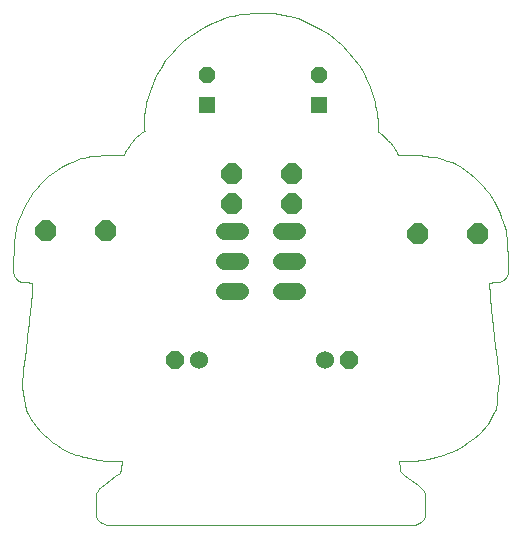
<source format=gts>
G75*
%MOIN*%
%OFA0B0*%
%FSLAX25Y25*%
%IPPOS*%
%LPD*%
%AMOC8*
5,1,8,0,0,1.08239X$1,22.5*
%
%ADD10C,0.00394*%
%ADD11OC8,0.06000*%
%ADD12C,0.06000*%
%ADD13OC8,0.05550*%
%ADD14R,0.05550X0.05550*%
%ADD15OC8,0.07000*%
%ADD16C,0.05600*%
D10*
X0027228Y0036301D02*
X0028907Y0035531D01*
X0030613Y0034956D01*
X0030958Y0034840D01*
X0031373Y0034712D01*
X0031832Y0034579D01*
X0032290Y0034446D01*
X0032790Y0034309D01*
X0033819Y0034039D01*
X0034348Y0033907D01*
X0034862Y0033785D01*
X0035376Y0033664D01*
X0035875Y0033552D01*
X0036332Y0033458D01*
X0036808Y0033360D01*
X0037340Y0033266D01*
X0037897Y0033181D01*
X0038454Y0033095D01*
X0039034Y0033017D01*
X0039608Y0032951D01*
X0040182Y0032884D01*
X0040748Y0032830D01*
X0041276Y0032790D01*
X0041803Y0032751D01*
X0042291Y0032727D01*
X0042709Y0032722D01*
X0042873Y0032720D01*
X0043120Y0032717D01*
X0043366Y0032714D01*
X0043694Y0032709D01*
X0044023Y0032705D01*
X0044352Y0032701D01*
X0044682Y0032697D01*
X0044930Y0032694D01*
X0045178Y0032691D01*
X0045345Y0032689D01*
X0045397Y0032689D01*
X0045444Y0032691D01*
X0045491Y0032694D01*
X0045538Y0032697D01*
X0045586Y0032701D01*
X0045679Y0032712D01*
X0045726Y0032718D01*
X0045773Y0032724D01*
X0045820Y0032731D01*
X0045866Y0032738D01*
X0045913Y0032745D01*
X0045871Y0032516D01*
X0045831Y0032300D01*
X0045755Y0031892D01*
X0045719Y0031700D01*
X0045684Y0031517D01*
X0045649Y0031334D01*
X0045616Y0031160D01*
X0045584Y0030994D01*
X0045551Y0030828D01*
X0045520Y0030670D01*
X0045490Y0030516D01*
X0045410Y0030115D01*
X0045172Y0028910D01*
X0043553Y0027695D01*
X0041934Y0026479D01*
X0040314Y0025264D01*
X0038695Y0024048D01*
X0038448Y0023862D01*
X0038225Y0023650D01*
X0038031Y0023417D01*
X0037838Y0023183D01*
X0037672Y0022929D01*
X0037402Y0022390D01*
X0037299Y0022105D01*
X0037228Y0021810D01*
X0037158Y0021515D01*
X0037122Y0021209D01*
X0037122Y0015012D01*
X0037232Y0014494D01*
X0037631Y0013552D01*
X0037919Y0013128D01*
X0038275Y0012772D01*
X0038631Y0012416D01*
X0039055Y0012127D01*
X0039997Y0011729D01*
X0040515Y0011618D01*
X0143486Y0011618D01*
X0144004Y0011729D01*
X0144946Y0012127D01*
X0145370Y0012416D01*
X0145727Y0012772D01*
X0146083Y0013128D01*
X0146371Y0013552D01*
X0146770Y0014494D01*
X0146880Y0015012D01*
X0146880Y0021158D01*
X0146845Y0021458D01*
X0146776Y0021750D01*
X0146708Y0022041D01*
X0146607Y0022323D01*
X0146476Y0022589D01*
X0146345Y0022856D01*
X0146183Y0023108D01*
X0145805Y0023572D01*
X0145589Y0023783D01*
X0145347Y0023969D01*
X0144462Y0024652D01*
X0144020Y0024994D01*
X0143577Y0025335D01*
X0143329Y0025528D01*
X0143046Y0025745D01*
X0142451Y0026200D01*
X0142138Y0026437D01*
X0141829Y0026671D01*
X0141520Y0026905D01*
X0141215Y0027136D01*
X0140932Y0027348D01*
X0140649Y0027560D01*
X0140388Y0027754D01*
X0140169Y0027916D01*
X0139793Y0028195D01*
X0139416Y0028473D01*
X0138664Y0029031D01*
X0138623Y0029340D01*
X0138501Y0030268D01*
X0138469Y0030505D01*
X0138439Y0030733D01*
X0138409Y0030952D01*
X0138379Y0031172D01*
X0138350Y0031383D01*
X0138321Y0031587D01*
X0138292Y0031792D01*
X0138264Y0031989D01*
X0138236Y0032181D01*
X0138208Y0032373D01*
X0138180Y0032558D01*
X0138152Y0032740D01*
X0138194Y0032734D01*
X0138235Y0032728D01*
X0138318Y0032717D01*
X0138359Y0032711D01*
X0138442Y0032701D01*
X0138483Y0032697D01*
X0138525Y0032694D01*
X0138567Y0032691D01*
X0138610Y0032689D01*
X0141395Y0032689D01*
X0141915Y0032715D01*
X0142480Y0032759D01*
X0143044Y0032804D01*
X0143654Y0032867D01*
X0144272Y0032943D01*
X0144889Y0033018D01*
X0145515Y0033106D01*
X0146110Y0033199D01*
X0146706Y0033292D01*
X0147272Y0033390D01*
X0147771Y0033487D01*
X0150344Y0033982D01*
X0152765Y0034702D01*
X0157261Y0036556D01*
X0159334Y0037691D01*
X0161212Y0039017D01*
X0163089Y0040344D01*
X0164770Y0041862D01*
X0167693Y0045250D01*
X0168936Y0047119D01*
X0169936Y0049148D01*
X0169979Y0049235D01*
X0170022Y0049320D01*
X0170064Y0049402D01*
X0170106Y0049484D01*
X0170147Y0049564D01*
X0170229Y0049720D01*
X0170269Y0049796D01*
X0170308Y0049869D01*
X0170348Y0049943D01*
X0170386Y0050015D01*
X0170423Y0050084D01*
X0170703Y0052420D01*
X0170984Y0054756D01*
X0171264Y0057092D01*
X0171544Y0059428D01*
X0171533Y0059510D01*
X0171515Y0059673D01*
X0171467Y0060125D01*
X0171438Y0060414D01*
X0171404Y0060750D01*
X0171370Y0061085D01*
X0171332Y0061467D01*
X0171292Y0061879D01*
X0171252Y0062290D01*
X0171209Y0062731D01*
X0171165Y0063185D01*
X0171120Y0063656D01*
X0171065Y0064182D01*
X0171005Y0064729D01*
X0170944Y0065276D01*
X0170879Y0065843D01*
X0170812Y0066394D01*
X0170746Y0066946D01*
X0170677Y0067482D01*
X0170546Y0068451D01*
X0170482Y0068884D01*
X0170425Y0069230D01*
X0170381Y0069497D01*
X0170334Y0069810D01*
X0170240Y0070485D01*
X0170193Y0070846D01*
X0170148Y0071207D01*
X0170103Y0071569D01*
X0170061Y0071931D01*
X0169988Y0072609D01*
X0169957Y0072925D01*
X0169935Y0073195D01*
X0169910Y0073500D01*
X0169876Y0073878D01*
X0169835Y0074301D01*
X0169794Y0074724D01*
X0169747Y0075191D01*
X0169696Y0075674D01*
X0169645Y0076157D01*
X0169591Y0076655D01*
X0169537Y0077140D01*
X0169482Y0077624D01*
X0169427Y0078096D01*
X0169375Y0078525D01*
X0169325Y0078939D01*
X0169272Y0079395D01*
X0169219Y0079866D01*
X0169167Y0080336D01*
X0169114Y0080821D01*
X0169065Y0081293D01*
X0169016Y0081764D01*
X0168970Y0082222D01*
X0168930Y0082637D01*
X0168890Y0083053D01*
X0168856Y0083427D01*
X0168831Y0083731D01*
X0168813Y0083952D01*
X0168794Y0084177D01*
X0168773Y0084404D01*
X0168752Y0084631D01*
X0168729Y0084860D01*
X0168704Y0085090D01*
X0168678Y0085320D01*
X0168650Y0085550D01*
X0168618Y0085780D01*
X0168585Y0086010D01*
X0168550Y0086239D01*
X0168509Y0086467D01*
X0168519Y0086467D01*
X0168425Y0087924D01*
X0168332Y0089381D01*
X0168238Y0090839D01*
X0168144Y0092296D01*
X0168772Y0092311D01*
X0169401Y0092325D01*
X0170029Y0092339D01*
X0170657Y0092353D01*
X0170919Y0092359D01*
X0171178Y0092391D01*
X0171683Y0092505D01*
X0171929Y0092586D01*
X0172164Y0092691D01*
X0172399Y0092795D01*
X0172624Y0092922D01*
X0172836Y0093071D01*
X0173047Y0093220D01*
X0173245Y0093390D01*
X0173425Y0093581D01*
X0173605Y0093771D02*
X0173765Y0093978D01*
X0173902Y0094197D01*
X0174040Y0094416D01*
X0174155Y0094648D01*
X0174246Y0094889D01*
X0174338Y0095129D01*
X0174406Y0095379D01*
X0174492Y0095889D01*
X0174510Y0096150D01*
X0174502Y0096412D01*
X0174457Y0097860D01*
X0174367Y0100756D01*
X0174322Y0102204D01*
X0174279Y0103556D01*
X0174240Y0104648D01*
X0174185Y0105583D01*
X0174130Y0106518D01*
X0174060Y0107296D01*
X0173957Y0108019D01*
X0173853Y0108742D01*
X0173717Y0109410D01*
X0173343Y0110843D01*
X0173105Y0111606D01*
X0172798Y0112520D01*
X0172275Y0114077D01*
X0171693Y0115535D01*
X0171042Y0116911D01*
X0170391Y0118287D01*
X0169670Y0119582D01*
X0168066Y0122042D01*
X0167183Y0123208D01*
X0166208Y0124328D01*
X0165232Y0125447D01*
X0164164Y0126520D01*
X0162992Y0127564D01*
X0161603Y0128801D01*
X0160189Y0129859D01*
X0158707Y0130754D01*
X0157225Y0131649D01*
X0155675Y0132381D01*
X0154016Y0132965D01*
X0152356Y0133548D01*
X0150587Y0133983D01*
X0148665Y0134285D01*
X0146744Y0134587D01*
X0144670Y0134755D01*
X0142403Y0134804D01*
X0142152Y0134809D01*
X0141764Y0134817D01*
X0141377Y0134826D01*
X0140853Y0134837D01*
X0139762Y0134860D01*
X0139195Y0134873D01*
X0138246Y0134893D01*
X0137865Y0134901D01*
X0137692Y0134904D01*
X0137530Y0135373D01*
X0137342Y0135809D01*
X0137122Y0136229D01*
X0136902Y0136649D01*
X0136650Y0137052D01*
X0136361Y0137453D01*
X0136073Y0137854D01*
X0135748Y0138252D01*
X0135382Y0138663D01*
X0135015Y0139074D01*
X0134608Y0139497D01*
X0134154Y0139948D01*
X0134101Y0140000D01*
X0134050Y0140052D01*
X0134000Y0140102D01*
X0133950Y0140153D01*
X0133902Y0140203D01*
X0133854Y0140252D01*
X0133807Y0140301D01*
X0133761Y0140349D01*
X0133715Y0140396D01*
X0133670Y0140443D01*
X0133626Y0140489D01*
X0133583Y0140535D01*
X0133373Y0140754D01*
X0133168Y0140960D01*
X0132760Y0141350D01*
X0132557Y0141534D01*
X0132351Y0141706D01*
X0132146Y0141879D01*
X0131939Y0142041D01*
X0131514Y0142344D01*
X0131296Y0142485D01*
X0131070Y0142617D01*
X0131108Y0142743D01*
X0131141Y0142870D01*
X0131193Y0143127D01*
X0131213Y0143257D01*
X0131226Y0143387D01*
X0131240Y0143518D01*
X0131246Y0143650D01*
X0131246Y0143782D01*
X0131246Y0143915D01*
X0131239Y0144048D01*
X0131225Y0144181D01*
X0131166Y0144738D01*
X0131107Y0145296D01*
X0131047Y0145854D01*
X0130988Y0146412D01*
X0130839Y0147817D01*
X0130676Y0149070D01*
X0130483Y0150227D01*
X0130291Y0151383D01*
X0130069Y0152443D01*
X0129805Y0153462D01*
X0129540Y0154481D01*
X0129232Y0155459D01*
X0128867Y0156452D01*
X0128501Y0157444D01*
X0128078Y0158452D01*
X0127582Y0159529D01*
X0126350Y0162205D01*
X0124834Y0164703D01*
X0121311Y0169280D01*
X0119303Y0171358D01*
X0117087Y0173196D01*
X0114871Y0175034D01*
X0112447Y0176631D01*
X0109853Y0177956D01*
X0107259Y0179281D01*
X0104494Y0180333D01*
X0101597Y0181081D01*
X0100746Y0181301D01*
X0100006Y0181476D01*
X0099304Y0181616D01*
X0098602Y0181756D01*
X0097938Y0181861D01*
X0096536Y0182015D01*
X0095799Y0182065D01*
X0094951Y0182095D01*
X0094103Y0182125D01*
X0093144Y0182136D01*
X0090593Y0182136D01*
X0089357Y0182106D01*
X0087077Y0181961D01*
X0086033Y0181845D01*
X0085010Y0181675D01*
X0083987Y0181505D01*
X0082985Y0181279D01*
X0081929Y0180986D01*
X0080873Y0180693D01*
X0079764Y0180333D01*
X0078527Y0179892D01*
X0075787Y0178917D01*
X0073184Y0177630D01*
X0068342Y0174521D01*
X0066104Y0172699D01*
X0064091Y0170656D01*
X0062079Y0168612D01*
X0060294Y0166347D01*
X0058779Y0163905D01*
X0057264Y0161463D01*
X0056021Y0158844D01*
X0055093Y0156093D01*
X0054754Y0155088D01*
X0054467Y0154159D01*
X0054226Y0153280D01*
X0053986Y0152401D01*
X0053793Y0151573D01*
X0053492Y0149969D01*
X0053383Y0149192D01*
X0053312Y0148417D01*
X0053242Y0147641D01*
X0053209Y0146867D01*
X0053209Y0143675D01*
X0053213Y0143586D01*
X0053227Y0143412D01*
X0053238Y0143325D01*
X0053252Y0143240D01*
X0053265Y0143154D01*
X0053281Y0143070D01*
X0053300Y0142986D01*
X0053318Y0142902D01*
X0053339Y0142819D01*
X0053361Y0142737D01*
X0052643Y0142331D01*
X0051934Y0141833D01*
X0050574Y0140701D01*
X0049924Y0140066D01*
X0049323Y0139385D01*
X0048723Y0138705D01*
X0048173Y0137979D01*
X0047694Y0137231D01*
X0047214Y0136483D01*
X0046806Y0135713D01*
X0046488Y0134943D01*
X0046482Y0134943D01*
X0046477Y0134944D01*
X0046471Y0134944D01*
X0046466Y0134945D01*
X0046460Y0134946D01*
X0046455Y0134946D01*
X0046449Y0134947D01*
X0046443Y0134948D01*
X0046438Y0134949D01*
X0046432Y0134949D01*
X0046427Y0134949D01*
X0046408Y0134949D01*
X0046063Y0134936D01*
X0045040Y0134897D01*
X0044364Y0134871D01*
X0043014Y0134819D01*
X0042341Y0134792D01*
X0041331Y0134753D01*
X0040996Y0134740D01*
X0039350Y0134676D01*
X0037935Y0134586D01*
X0035398Y0134319D01*
X0034277Y0134140D01*
X0033217Y0133898D01*
X0032157Y0133657D01*
X0031160Y0133351D01*
X0030141Y0132963D01*
X0029122Y0132575D01*
X0028081Y0132103D01*
X0026934Y0131530D01*
X0025445Y0130786D01*
X0023992Y0129863D01*
X0021211Y0127720D01*
X0019884Y0126499D01*
X0018648Y0125158D01*
X0017411Y0123818D01*
X0016265Y0122358D01*
X0015236Y0120808D01*
X0014208Y0119258D01*
X0013297Y0117619D01*
X0012532Y0115919D01*
X0012022Y0114788D01*
X0011605Y0113770D01*
X0010920Y0111780D01*
X0010652Y0110808D01*
X0010441Y0109771D01*
X0010229Y0108734D01*
X0010073Y0107630D01*
X0009956Y0106372D01*
X0009838Y0105114D01*
X0009759Y0103701D01*
X0009699Y0102044D01*
X0009648Y0100641D01*
X0009548Y0097834D01*
X0009497Y0096430D01*
X0009488Y0096167D01*
X0009505Y0095906D01*
X0009547Y0095650D01*
X0009590Y0095394D01*
X0009657Y0095143D01*
X0009748Y0094901D01*
X0009839Y0094660D01*
X0009954Y0094427D01*
X0010228Y0093987D01*
X0010388Y0093779D01*
X0010568Y0093587D01*
X0010749Y0093396D01*
X0010947Y0093225D01*
X0011370Y0092925D01*
X0011596Y0092797D01*
X0012067Y0092588D01*
X0012314Y0092506D01*
X0012567Y0092449D01*
X0012820Y0092392D01*
X0013080Y0092359D01*
X0013343Y0092353D01*
X0013997Y0092338D01*
X0014651Y0092323D01*
X0015306Y0092309D01*
X0015960Y0092294D01*
X0015791Y0089382D01*
X0015707Y0087926D01*
X0015622Y0086471D01*
X0015607Y0086321D01*
X0015589Y0086146D01*
X0015569Y0085951D01*
X0015548Y0085755D01*
X0015525Y0085538D01*
X0015499Y0085303D01*
X0015473Y0085068D01*
X0015445Y0084814D01*
X0015414Y0084546D01*
X0015384Y0084277D01*
X0015351Y0083993D01*
X0015316Y0083697D01*
X0015260Y0083226D01*
X0015082Y0081732D01*
X0014960Y0080709D01*
X0014696Y0078497D01*
X0014555Y0077308D01*
X0014425Y0076231D01*
X0014296Y0075153D01*
X0014180Y0074188D01*
X0014100Y0073527D01*
X0013695Y0070179D01*
X0013390Y0067585D01*
X0013161Y0065569D01*
X0012931Y0063553D01*
X0012778Y0062116D01*
X0012675Y0061085D01*
X0012572Y0060053D01*
X0012520Y0059426D01*
X0012493Y0059029D01*
X0012466Y0058633D01*
X0012465Y0058467D01*
X0012464Y0058358D01*
X0012462Y0058112D01*
X0012459Y0057866D01*
X0012457Y0057620D01*
X0012455Y0057374D01*
X0012791Y0055490D01*
X0013127Y0053605D01*
X0013462Y0051721D01*
X0013798Y0049836D01*
X0013841Y0049756D01*
X0013885Y0049674D01*
X0013930Y0049590D01*
X0013975Y0049506D01*
X0014021Y0049420D01*
X0014067Y0049331D01*
X0014114Y0049242D01*
X0014162Y0049151D01*
X0014258Y0048965D01*
X0014307Y0048869D01*
X0014356Y0048771D01*
X0015119Y0047248D01*
X0016090Y0045767D01*
X0017224Y0044366D01*
X0018358Y0042966D01*
X0019655Y0041645D01*
X0021069Y0040442D01*
X0022484Y0039240D01*
X0024017Y0038156D01*
X0025623Y0037229D01*
X0027228Y0036301D01*
D11*
X0063500Y0066600D03*
X0121500Y0066600D03*
D12*
X0113500Y0066600D03*
X0071500Y0066600D03*
D13*
X0074000Y0161600D03*
X0111500Y0161600D03*
D14*
X0111500Y0151600D03*
X0074000Y0151600D03*
D15*
X0082500Y0128600D03*
X0082500Y0118600D03*
X0102500Y0118600D03*
X0102500Y0128600D03*
X0144500Y0108600D03*
X0164500Y0108600D03*
X0040500Y0109600D03*
X0020500Y0109600D03*
D16*
X0079900Y0109600D02*
X0085100Y0109600D01*
X0085100Y0099600D02*
X0079900Y0099600D01*
X0079900Y0089600D02*
X0085100Y0089600D01*
X0098900Y0089600D02*
X0104100Y0089600D01*
X0104100Y0099600D02*
X0098900Y0099600D01*
X0098900Y0109600D02*
X0104100Y0109600D01*
M02*

</source>
